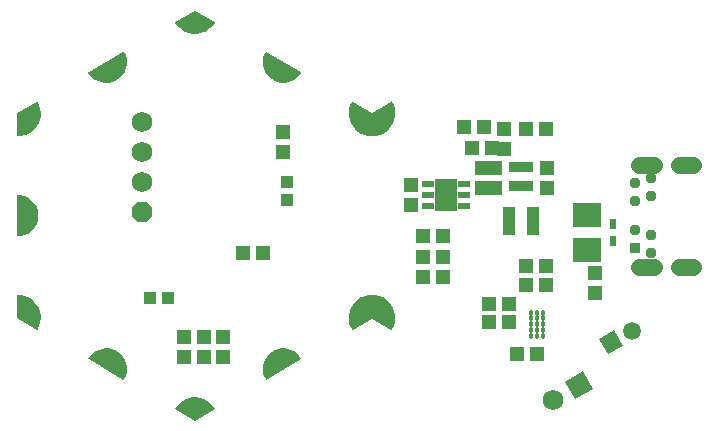
<source format=gbr>
G04 EAGLE Gerber RS-274X export*
G75*
%MOMM*%
%FSLAX34Y34*%
%LPD*%
%INSoldermask Top*%
%IPPOS*%
%AMOC8*
5,1,8,0,0,1.08239X$1,22.5*%
G01*
%ADD10R,1.003200X1.003200*%
%ADD11P,1.869504X8X112.500000*%
%ADD12R,1.303200X1.203200*%
%ADD13C,1.727200*%
%ADD14R,1.493200X1.493200*%
%ADD15C,1.493200*%
%ADD16R,0.623200X0.953200*%
%ADD17R,2.433200X2.003200*%
%ADD18C,0.457200*%
%ADD19R,0.503200X0.873200*%
%ADD20R,1.003200X0.603200*%
%ADD21R,1.953200X2.703200*%
%ADD22R,1.053200X2.403200*%
%ADD23R,1.203200X1.303200*%
%ADD24C,1.203200*%
%ADD25R,0.958000X0.958000*%
%ADD26C,0.958000*%
%ADD27C,1.403200*%
%ADD28R,1.733200X1.733200*%
%ADD29C,1.733200*%

G36*
X802Y154416D02*
X802Y154416D01*
X815Y154415D01*
X3865Y154657D01*
X3897Y154667D01*
X3944Y154670D01*
X6916Y155399D01*
X6947Y155413D01*
X6992Y155424D01*
X7056Y155451D01*
X8232Y155951D01*
X9407Y156450D01*
X9408Y156450D01*
X9809Y156620D01*
X9837Y156639D01*
X9880Y156657D01*
X12468Y158290D01*
X12492Y158313D01*
X12532Y158338D01*
X14825Y160364D01*
X14845Y160391D01*
X14881Y160422D01*
X16819Y162790D01*
X16835Y162820D01*
X16864Y162856D01*
X18398Y165504D01*
X18408Y165536D01*
X18432Y165577D01*
X18485Y165716D01*
X18485Y165717D01*
X19245Y167713D01*
X19245Y167714D01*
X19435Y168213D01*
X19521Y168436D01*
X19526Y168470D01*
X19543Y168514D01*
X20159Y171511D01*
X20159Y171545D01*
X20168Y171591D01*
X20295Y174648D01*
X20290Y174681D01*
X20292Y174728D01*
X19927Y177766D01*
X19916Y177798D01*
X19911Y177845D01*
X19063Y180785D01*
X19047Y180815D01*
X19035Y180860D01*
X17726Y183626D01*
X17709Y183649D01*
X17699Y183676D01*
X17650Y183728D01*
X17607Y183785D01*
X17582Y183800D01*
X17563Y183820D01*
X17497Y183849D01*
X17435Y183885D01*
X17407Y183889D01*
X17381Y183900D01*
X17309Y183901D01*
X17238Y183910D01*
X17211Y183903D01*
X17182Y183903D01*
X17087Y183868D01*
X17047Y183857D01*
X17038Y183850D01*
X17026Y183845D01*
X775Y174489D01*
X-15476Y183845D01*
X-15503Y183854D01*
X-15527Y183871D01*
X-15597Y183885D01*
X-15665Y183908D01*
X-15693Y183906D01*
X-15721Y183912D01*
X-15792Y183898D01*
X-15863Y183892D01*
X-15888Y183879D01*
X-15916Y183874D01*
X-15976Y183834D01*
X-16039Y183801D01*
X-16057Y183778D01*
X-16081Y183762D01*
X-16139Y183680D01*
X-16166Y183647D01*
X-16169Y183637D01*
X-16176Y183626D01*
X-17485Y180860D01*
X-17493Y180827D01*
X-17513Y180785D01*
X-18361Y177845D01*
X-18364Y177811D01*
X-18377Y177766D01*
X-18742Y174728D01*
X-18739Y174694D01*
X-18745Y174648D01*
X-18618Y171591D01*
X-18610Y171558D01*
X-18609Y171511D01*
X-17993Y168514D01*
X-17980Y168482D01*
X-17971Y168436D01*
X-16882Y165577D01*
X-16864Y165548D01*
X-16848Y165504D01*
X-15314Y162856D01*
X-15292Y162831D01*
X-15269Y162790D01*
X-13331Y160422D01*
X-13304Y160401D01*
X-13275Y160364D01*
X-10982Y158338D01*
X-10953Y158321D01*
X-10918Y158290D01*
X-8330Y156657D01*
X-8298Y156645D01*
X-8259Y156620D01*
X-5442Y155424D01*
X-5409Y155417D01*
X-5366Y155399D01*
X-2394Y154670D01*
X-2360Y154669D01*
X-2315Y154657D01*
X735Y154415D01*
X764Y154418D01*
X792Y154414D01*
X802Y154416D01*
G37*
G36*
X17342Y-9273D02*
X17342Y-9273D01*
X17413Y-9267D01*
X17438Y-9254D01*
X17466Y-9249D01*
X17526Y-9209D01*
X17589Y-9176D01*
X17607Y-9153D01*
X17631Y-9137D01*
X17689Y-9055D01*
X17716Y-9022D01*
X17719Y-9012D01*
X17726Y-9001D01*
X19035Y-6235D01*
X19043Y-6202D01*
X19063Y-6160D01*
X19911Y-3220D01*
X19914Y-3186D01*
X19927Y-3141D01*
X20292Y-103D01*
X20289Y-69D01*
X20295Y-23D01*
X20168Y3034D01*
X20160Y3067D01*
X20159Y3114D01*
X19543Y6111D01*
X19530Y6143D01*
X19521Y6189D01*
X18432Y9048D01*
X18414Y9077D01*
X18398Y9121D01*
X16864Y11769D01*
X16842Y11794D01*
X16819Y11835D01*
X14881Y14203D01*
X14854Y14224D01*
X14825Y14261D01*
X12532Y16287D01*
X12503Y16304D01*
X12468Y16335D01*
X9880Y17968D01*
X9848Y17980D01*
X9809Y18005D01*
X6992Y19201D01*
X6959Y19208D01*
X6916Y19226D01*
X3944Y19955D01*
X3910Y19956D01*
X3865Y19968D01*
X815Y20210D01*
X786Y20207D01*
X758Y20211D01*
X748Y20209D01*
X735Y20210D01*
X-2315Y19968D01*
X-2347Y19958D01*
X-2394Y19955D01*
X-5366Y19226D01*
X-5397Y19212D01*
X-5442Y19201D01*
X-5607Y19131D01*
X-6782Y18632D01*
X-7958Y18132D01*
X-8259Y18005D01*
X-8287Y17986D01*
X-8330Y17968D01*
X-10918Y16335D01*
X-10942Y16312D01*
X-10982Y16287D01*
X-13275Y14261D01*
X-13295Y14234D01*
X-13331Y14203D01*
X-15269Y11835D01*
X-15285Y11805D01*
X-15314Y11769D01*
X-16848Y9121D01*
X-16858Y9089D01*
X-16882Y9048D01*
X-17971Y6189D01*
X-17976Y6155D01*
X-17993Y6111D01*
X-18609Y3114D01*
X-18609Y3080D01*
X-18618Y3034D01*
X-18745Y-23D01*
X-18740Y-56D01*
X-18742Y-103D01*
X-18377Y-3141D01*
X-18366Y-3173D01*
X-18361Y-3220D01*
X-17513Y-6160D01*
X-17497Y-6190D01*
X-17485Y-6235D01*
X-16176Y-9001D01*
X-16159Y-9024D01*
X-16149Y-9051D01*
X-16100Y-9103D01*
X-16057Y-9160D01*
X-16032Y-9175D01*
X-16013Y-9195D01*
X-15947Y-9224D01*
X-15885Y-9260D01*
X-15857Y-9264D01*
X-15831Y-9275D01*
X-15759Y-9276D01*
X-15688Y-9285D01*
X-15661Y-9278D01*
X-15632Y-9278D01*
X-15537Y-9243D01*
X-15497Y-9232D01*
X-15488Y-9225D01*
X-15476Y-9220D01*
X775Y136D01*
X17026Y-9220D01*
X17053Y-9229D01*
X17077Y-9246D01*
X17147Y-9260D01*
X17215Y-9283D01*
X17243Y-9281D01*
X17271Y-9287D01*
X17342Y-9273D01*
G37*
G36*
X-299198Y69816D02*
X-299198Y69816D01*
X-299184Y69815D01*
X-296386Y70047D01*
X-296352Y70057D01*
X-296304Y70060D01*
X-293583Y70750D01*
X-293551Y70765D01*
X-293505Y70776D01*
X-290933Y71904D01*
X-290905Y71924D01*
X-290861Y71943D01*
X-288510Y73479D01*
X-288486Y73504D01*
X-288445Y73530D01*
X-286380Y75431D01*
X-286367Y75448D01*
X-286355Y75457D01*
X-286344Y75473D01*
X-286324Y75492D01*
X-284599Y77708D01*
X-284584Y77739D01*
X-284554Y77777D01*
X-283218Y80246D01*
X-283208Y80279D01*
X-283185Y80322D01*
X-282273Y82977D01*
X-282269Y83012D01*
X-282253Y83057D01*
X-281791Y85826D01*
X-281792Y85861D01*
X-281784Y85909D01*
X-281784Y88716D01*
X-281791Y88750D01*
X-281791Y88799D01*
X-282253Y91568D01*
X-282265Y91600D01*
X-282273Y91648D01*
X-283185Y94303D01*
X-283202Y94333D01*
X-283218Y94379D01*
X-284554Y96848D01*
X-284576Y96875D01*
X-284599Y96917D01*
X-286324Y99133D01*
X-286350Y99156D01*
X-286380Y99194D01*
X-288445Y101095D01*
X-288475Y101113D01*
X-288510Y101146D01*
X-290861Y102682D01*
X-290893Y102694D01*
X-290933Y102721D01*
X-293505Y103849D01*
X-293538Y103856D01*
X-293583Y103875D01*
X-296304Y104565D01*
X-296339Y104566D01*
X-296386Y104578D01*
X-299184Y104810D01*
X-299213Y104807D01*
X-299242Y104811D01*
X-299311Y104795D01*
X-299381Y104787D01*
X-299407Y104772D01*
X-299435Y104765D01*
X-299492Y104723D01*
X-299554Y104688D01*
X-299572Y104665D01*
X-299595Y104648D01*
X-299631Y104587D01*
X-299674Y104530D01*
X-299682Y104502D01*
X-299697Y104477D01*
X-299713Y104378D01*
X-299724Y104337D01*
X-299722Y104326D01*
X-299724Y104313D01*
X-299724Y70313D01*
X-299718Y70284D01*
X-299721Y70255D01*
X-299699Y70187D01*
X-299685Y70118D01*
X-299668Y70094D01*
X-299659Y70066D01*
X-299612Y70012D01*
X-299572Y69954D01*
X-299548Y69938D01*
X-299528Y69916D01*
X-299464Y69885D01*
X-299405Y69847D01*
X-299376Y69842D01*
X-299350Y69829D01*
X-299250Y69821D01*
X-299208Y69814D01*
X-299198Y69816D01*
G37*
G36*
X-209459Y-51573D02*
X-209459Y-51573D01*
X-209388Y-51568D01*
X-209362Y-51554D01*
X-209334Y-51549D01*
X-209275Y-51509D01*
X-209212Y-51476D01*
X-209193Y-51454D01*
X-209169Y-51437D01*
X-209112Y-51356D01*
X-209085Y-51323D01*
X-209082Y-51312D01*
X-209074Y-51301D01*
X-207875Y-48765D01*
X-207867Y-48732D01*
X-207846Y-48688D01*
X-207081Y-45990D01*
X-207079Y-45956D01*
X-207065Y-45909D01*
X-206755Y-43122D01*
X-206758Y-43093D01*
X-206756Y-43083D01*
X-206757Y-43078D01*
X-206753Y-43039D01*
X-206905Y-40239D01*
X-206914Y-40206D01*
X-206917Y-40157D01*
X-207528Y-37420D01*
X-207542Y-37389D01*
X-207553Y-37342D01*
X-208606Y-34743D01*
X-208625Y-34714D01*
X-208643Y-34669D01*
X-210111Y-32279D01*
X-210134Y-32253D01*
X-210159Y-32212D01*
X-212000Y-30096D01*
X-212027Y-30075D01*
X-212059Y-30039D01*
X-214223Y-28254D01*
X-214253Y-28238D01*
X-214290Y-28207D01*
X-216718Y-26804D01*
X-216751Y-26793D01*
X-216793Y-26768D01*
X-219418Y-25783D01*
X-219453Y-25778D01*
X-219498Y-25761D01*
X-222250Y-25221D01*
X-222285Y-25222D01*
X-222332Y-25212D01*
X-225135Y-25133D01*
X-225169Y-25139D01*
X-225217Y-25138D01*
X-227996Y-25521D01*
X-228028Y-25532D01*
X-228076Y-25539D01*
X-230753Y-26374D01*
X-230784Y-26391D01*
X-230830Y-26405D01*
X-233333Y-27670D01*
X-233360Y-27691D01*
X-233403Y-27713D01*
X-235664Y-29373D01*
X-235687Y-29398D01*
X-235726Y-29427D01*
X-237683Y-31436D01*
X-237702Y-31465D01*
X-237736Y-31499D01*
X-239335Y-33803D01*
X-239347Y-33830D01*
X-239365Y-33852D01*
X-239386Y-33920D01*
X-239414Y-33985D01*
X-239414Y-34015D01*
X-239422Y-34043D01*
X-239414Y-34113D01*
X-239415Y-34184D01*
X-239404Y-34211D01*
X-239400Y-34240D01*
X-239366Y-34302D01*
X-239338Y-34368D01*
X-239317Y-34388D01*
X-239303Y-34414D01*
X-239227Y-34477D01*
X-239196Y-34507D01*
X-239186Y-34511D01*
X-239175Y-34520D01*
X-209775Y-51520D01*
X-209747Y-51529D01*
X-209723Y-51546D01*
X-209654Y-51560D01*
X-209586Y-51583D01*
X-209557Y-51581D01*
X-209529Y-51587D01*
X-209459Y-51573D01*
G37*
G36*
X-222332Y199837D02*
X-222332Y199837D01*
X-222298Y199845D01*
X-222250Y199846D01*
X-219498Y200386D01*
X-219466Y200399D01*
X-219418Y200408D01*
X-216793Y201393D01*
X-216763Y201412D01*
X-216718Y201429D01*
X-214290Y202832D01*
X-214264Y202855D01*
X-214223Y202879D01*
X-212059Y204664D01*
X-212037Y204691D01*
X-212000Y204721D01*
X-210159Y206837D01*
X-210142Y206868D01*
X-210111Y206904D01*
X-208643Y209294D01*
X-208632Y209327D01*
X-208606Y209368D01*
X-207553Y211967D01*
X-207546Y212001D01*
X-207528Y212045D01*
X-206917Y214782D01*
X-206916Y214817D01*
X-206905Y214864D01*
X-206753Y217664D01*
X-206758Y217699D01*
X-206755Y217747D01*
X-207065Y220534D01*
X-207076Y220567D01*
X-207081Y220615D01*
X-207846Y223313D01*
X-207862Y223344D01*
X-207875Y223390D01*
X-209074Y225926D01*
X-209091Y225949D01*
X-209101Y225977D01*
X-209150Y226028D01*
X-209193Y226085D01*
X-209218Y226100D01*
X-209238Y226121D01*
X-209303Y226149D01*
X-209365Y226185D01*
X-209393Y226189D01*
X-209420Y226201D01*
X-209491Y226201D01*
X-209562Y226210D01*
X-209590Y226203D01*
X-209619Y226203D01*
X-209712Y226168D01*
X-209753Y226157D01*
X-209762Y226150D01*
X-209775Y226145D01*
X-239175Y209145D01*
X-239197Y209125D01*
X-239223Y209113D01*
X-239271Y209060D01*
X-239324Y209013D01*
X-239336Y208987D01*
X-239356Y208965D01*
X-239379Y208897D01*
X-239409Y208833D01*
X-239411Y208804D01*
X-239420Y208777D01*
X-239415Y208706D01*
X-239418Y208635D01*
X-239408Y208607D01*
X-239406Y208578D01*
X-239364Y208488D01*
X-239349Y208448D01*
X-239341Y208440D01*
X-239335Y208428D01*
X-237736Y206124D01*
X-237711Y206100D01*
X-237683Y206061D01*
X-235726Y204052D01*
X-235697Y204032D01*
X-235664Y203998D01*
X-233403Y202338D01*
X-233372Y202324D01*
X-233333Y202295D01*
X-230830Y201030D01*
X-230796Y201021D01*
X-230753Y200999D01*
X-228076Y200164D01*
X-228042Y200160D01*
X-227996Y200146D01*
X-225217Y199763D01*
X-225183Y199765D01*
X-225135Y199758D01*
X-222332Y199837D01*
G37*
G36*
X-88860Y-51578D02*
X-88860Y-51578D01*
X-88831Y-51578D01*
X-88738Y-51543D01*
X-88697Y-51532D01*
X-88688Y-51525D01*
X-88675Y-51520D01*
X-59275Y-34520D01*
X-59253Y-34500D01*
X-59227Y-34488D01*
X-59179Y-34435D01*
X-59126Y-34388D01*
X-59114Y-34362D01*
X-59094Y-34340D01*
X-59071Y-34272D01*
X-59041Y-34208D01*
X-59039Y-34179D01*
X-59030Y-34152D01*
X-59035Y-34081D01*
X-59032Y-34010D01*
X-59042Y-33982D01*
X-59044Y-33953D01*
X-59086Y-33863D01*
X-59101Y-33823D01*
X-59109Y-33815D01*
X-59115Y-33803D01*
X-60714Y-31499D01*
X-60740Y-31475D01*
X-60767Y-31436D01*
X-62724Y-29427D01*
X-62753Y-29407D01*
X-62786Y-29373D01*
X-65047Y-27713D01*
X-65078Y-27699D01*
X-65117Y-27670D01*
X-67620Y-26405D01*
X-67654Y-26396D01*
X-67697Y-26374D01*
X-70374Y-25539D01*
X-70408Y-25535D01*
X-70454Y-25521D01*
X-73233Y-25138D01*
X-73267Y-25140D01*
X-73315Y-25133D01*
X-76118Y-25212D01*
X-76152Y-25220D01*
X-76200Y-25221D01*
X-78952Y-25761D01*
X-78984Y-25774D01*
X-79032Y-25783D01*
X-81657Y-26768D01*
X-81687Y-26787D01*
X-81732Y-26804D01*
X-84160Y-28207D01*
X-84186Y-28230D01*
X-84228Y-28254D01*
X-86391Y-30039D01*
X-86413Y-30066D01*
X-86450Y-30096D01*
X-88291Y-32212D01*
X-88308Y-32243D01*
X-88340Y-32279D01*
X-89807Y-34669D01*
X-89818Y-34702D01*
X-89844Y-34743D01*
X-90897Y-37342D01*
X-90904Y-37376D01*
X-90922Y-37420D01*
X-91533Y-40157D01*
X-91534Y-40192D01*
X-91545Y-40239D01*
X-91697Y-43039D01*
X-91692Y-43074D01*
X-91695Y-43122D01*
X-91385Y-45909D01*
X-91374Y-45942D01*
X-91369Y-45990D01*
X-90604Y-48688D01*
X-90588Y-48719D01*
X-90575Y-48765D01*
X-89376Y-51301D01*
X-89359Y-51324D01*
X-89349Y-51352D01*
X-89300Y-51403D01*
X-89257Y-51460D01*
X-89232Y-51475D01*
X-89212Y-51496D01*
X-89147Y-51524D01*
X-89086Y-51560D01*
X-89057Y-51564D01*
X-89030Y-51576D01*
X-88959Y-51576D01*
X-88888Y-51585D01*
X-88860Y-51578D01*
G37*
G36*
X-73281Y199764D02*
X-73281Y199764D01*
X-73233Y199763D01*
X-70454Y200146D01*
X-70422Y200157D01*
X-70374Y200164D01*
X-67697Y200999D01*
X-67666Y201016D01*
X-67620Y201030D01*
X-65117Y202295D01*
X-65090Y202316D01*
X-65047Y202338D01*
X-62786Y203998D01*
X-62763Y204023D01*
X-62724Y204052D01*
X-60767Y206061D01*
X-60748Y206090D01*
X-60714Y206124D01*
X-59115Y208428D01*
X-59103Y208455D01*
X-59085Y208477D01*
X-59064Y208545D01*
X-59036Y208610D01*
X-59036Y208640D01*
X-59028Y208668D01*
X-59036Y208738D01*
X-59035Y208809D01*
X-59046Y208836D01*
X-59050Y208865D01*
X-59084Y208927D01*
X-59112Y208993D01*
X-59133Y209013D01*
X-59147Y209039D01*
X-59223Y209102D01*
X-59254Y209132D01*
X-59264Y209136D01*
X-59275Y209145D01*
X-88675Y226145D01*
X-88703Y226154D01*
X-88727Y226171D01*
X-88796Y226185D01*
X-88864Y226208D01*
X-88893Y226206D01*
X-88921Y226212D01*
X-88991Y226198D01*
X-89062Y226193D01*
X-89088Y226179D01*
X-89116Y226174D01*
X-89175Y226134D01*
X-89238Y226101D01*
X-89257Y226079D01*
X-89281Y226062D01*
X-89338Y225981D01*
X-89365Y225948D01*
X-89368Y225937D01*
X-89376Y225926D01*
X-90575Y223390D01*
X-90583Y223357D01*
X-90604Y223313D01*
X-91369Y220615D01*
X-91371Y220581D01*
X-91385Y220534D01*
X-91695Y217747D01*
X-91693Y217719D01*
X-91693Y217714D01*
X-91692Y217709D01*
X-91697Y217664D01*
X-91545Y214864D01*
X-91536Y214831D01*
X-91533Y214782D01*
X-90922Y212045D01*
X-90908Y212014D01*
X-90897Y211967D01*
X-89844Y209368D01*
X-89825Y209339D01*
X-89807Y209294D01*
X-88340Y206904D01*
X-88316Y206878D01*
X-88291Y206837D01*
X-86450Y204721D01*
X-86423Y204700D01*
X-86391Y204664D01*
X-84228Y202879D01*
X-84197Y202863D01*
X-84160Y202832D01*
X-81732Y201429D01*
X-81699Y201418D01*
X-81657Y201393D01*
X-79032Y200408D01*
X-78997Y200403D01*
X-78952Y200386D01*
X-76200Y199846D01*
X-76166Y199847D01*
X-76118Y199837D01*
X-73315Y199758D01*
X-73281Y199764D01*
G37*
G36*
X-299217Y154377D02*
X-299217Y154377D01*
X-299203Y154375D01*
X-296147Y154622D01*
X-296114Y154632D01*
X-296068Y154635D01*
X-293091Y155369D01*
X-293060Y155383D01*
X-293014Y155394D01*
X-290194Y156596D01*
X-290166Y156615D01*
X-290122Y156633D01*
X-287531Y158272D01*
X-287506Y158296D01*
X-287467Y158321D01*
X-285172Y160354D01*
X-285151Y160381D01*
X-285116Y160412D01*
X-283177Y162787D01*
X-283161Y162817D01*
X-283131Y162853D01*
X-281598Y165508D01*
X-281587Y165541D01*
X-281564Y165581D01*
X-280476Y168448D01*
X-280471Y168481D01*
X-280454Y168525D01*
X-279841Y171529D01*
X-279841Y171563D01*
X-279831Y171609D01*
X-279707Y174673D01*
X-279713Y174706D01*
X-279711Y174753D01*
X-280080Y177797D01*
X-280091Y177829D01*
X-280096Y177876D01*
X-280949Y180821D01*
X-280965Y180851D01*
X-280978Y180896D01*
X-282292Y183666D01*
X-282310Y183689D01*
X-282320Y183716D01*
X-282369Y183768D01*
X-282412Y183825D01*
X-282437Y183840D01*
X-282457Y183861D01*
X-282522Y183889D01*
X-282584Y183925D01*
X-282612Y183929D01*
X-282639Y183940D01*
X-282710Y183941D01*
X-282781Y183950D01*
X-282809Y183942D01*
X-282838Y183942D01*
X-282931Y183907D01*
X-282972Y183896D01*
X-282981Y183889D01*
X-282994Y183884D01*
X-299471Y174345D01*
X-299528Y174293D01*
X-299590Y174248D01*
X-299602Y174228D01*
X-299620Y174213D01*
X-299653Y174143D01*
X-299692Y174077D01*
X-299696Y174052D01*
X-299705Y174033D01*
X-299707Y173989D01*
X-299720Y173913D01*
X-299743Y154874D01*
X-299737Y154845D01*
X-299739Y154816D01*
X-299717Y154749D01*
X-299703Y154679D01*
X-299687Y154655D01*
X-299678Y154627D01*
X-299631Y154573D01*
X-299591Y154515D01*
X-299567Y154499D01*
X-299548Y154477D01*
X-299483Y154446D01*
X-299423Y154407D01*
X-299395Y154403D01*
X-299369Y154390D01*
X-299269Y154381D01*
X-299227Y154374D01*
X-299217Y154377D01*
G37*
G36*
X-282678Y-9313D02*
X-282678Y-9313D01*
X-282607Y-9307D01*
X-282581Y-9294D01*
X-282553Y-9288D01*
X-282493Y-9248D01*
X-282430Y-9216D01*
X-282412Y-9193D01*
X-282388Y-9177D01*
X-282330Y-9095D01*
X-282303Y-9063D01*
X-282300Y-9052D01*
X-282292Y-9041D01*
X-280978Y-6271D01*
X-280970Y-6238D01*
X-280949Y-6196D01*
X-280096Y-3251D01*
X-280094Y-3217D01*
X-280080Y-3172D01*
X-279711Y-128D01*
X-279713Y-94D01*
X-279707Y-48D01*
X-279831Y3016D01*
X-279839Y3049D01*
X-279841Y3096D01*
X-280454Y6100D01*
X-280467Y6131D01*
X-280476Y6177D01*
X-281564Y9044D01*
X-281582Y9073D01*
X-281598Y9117D01*
X-283131Y11772D01*
X-283154Y11798D01*
X-283177Y11838D01*
X-285116Y14213D01*
X-285142Y14235D01*
X-285172Y14271D01*
X-287467Y16305D01*
X-287496Y16321D01*
X-287531Y16353D01*
X-290122Y17992D01*
X-290154Y18004D01*
X-290194Y18029D01*
X-293014Y19231D01*
X-293048Y19238D01*
X-293091Y19256D01*
X-296068Y19990D01*
X-296102Y19991D01*
X-296147Y20003D01*
X-299203Y20250D01*
X-299232Y20246D01*
X-299260Y20251D01*
X-299330Y20234D01*
X-299401Y20226D01*
X-299426Y20211D01*
X-299454Y20205D01*
X-299511Y20162D01*
X-299573Y20127D01*
X-299591Y20104D01*
X-299614Y20087D01*
X-299650Y20025D01*
X-299693Y19968D01*
X-299700Y19940D01*
X-299715Y19915D01*
X-299732Y19817D01*
X-299742Y19776D01*
X-299740Y19765D01*
X-299743Y19751D01*
X-299720Y712D01*
X-299704Y637D01*
X-299696Y560D01*
X-299685Y540D01*
X-299680Y517D01*
X-299636Y454D01*
X-299599Y387D01*
X-299579Y370D01*
X-299567Y353D01*
X-299530Y329D01*
X-299471Y280D01*
X-282994Y-9259D01*
X-282966Y-9268D01*
X-282942Y-9285D01*
X-282873Y-9300D01*
X-282805Y-9322D01*
X-282776Y-9320D01*
X-282748Y-9326D01*
X-282678Y-9313D01*
G37*
G36*
X-149209Y-86377D02*
X-149209Y-86377D01*
X-149132Y-86378D01*
X-149108Y-86369D01*
X-149087Y-86367D01*
X-149048Y-86347D01*
X-148976Y-86320D01*
X-132476Y-76820D01*
X-132454Y-76801D01*
X-132428Y-76789D01*
X-132394Y-76751D01*
X-132391Y-76749D01*
X-132388Y-76745D01*
X-132380Y-76736D01*
X-132327Y-76689D01*
X-132314Y-76663D01*
X-132295Y-76641D01*
X-132272Y-76574D01*
X-132241Y-76509D01*
X-132240Y-76480D01*
X-132230Y-76453D01*
X-132235Y-76382D01*
X-132232Y-76311D01*
X-132242Y-76284D01*
X-132244Y-76255D01*
X-132286Y-76164D01*
X-132301Y-76124D01*
X-132308Y-76116D01*
X-132314Y-76104D01*
X-134056Y-73580D01*
X-134080Y-73557D01*
X-134107Y-73518D01*
X-136231Y-71307D01*
X-136259Y-71288D01*
X-136291Y-71254D01*
X-138742Y-69412D01*
X-138773Y-69397D01*
X-138810Y-69369D01*
X-141525Y-67944D01*
X-141558Y-67934D01*
X-141599Y-67912D01*
X-144507Y-66941D01*
X-144534Y-66938D01*
X-144543Y-66937D01*
X-144585Y-66922D01*
X-147612Y-66430D01*
X-147646Y-66432D01*
X-147692Y-66424D01*
X-150758Y-66424D01*
X-150791Y-66431D01*
X-150838Y-66430D01*
X-153865Y-66922D01*
X-153896Y-66934D01*
X-153943Y-66941D01*
X-156851Y-67912D01*
X-156881Y-67929D01*
X-156925Y-67944D01*
X-159640Y-69369D01*
X-159666Y-69390D01*
X-159708Y-69412D01*
X-162159Y-71254D01*
X-162182Y-71279D01*
X-162219Y-71307D01*
X-164343Y-73518D01*
X-164361Y-73547D01*
X-164394Y-73580D01*
X-166136Y-76104D01*
X-166147Y-76131D01*
X-166166Y-76153D01*
X-166186Y-76221D01*
X-166214Y-76287D01*
X-166214Y-76316D01*
X-166222Y-76343D01*
X-166214Y-76415D01*
X-166215Y-76486D01*
X-166203Y-76512D01*
X-166200Y-76541D01*
X-166165Y-76603D01*
X-166137Y-76669D01*
X-166117Y-76689D01*
X-166102Y-76714D01*
X-166039Y-76766D01*
X-166035Y-76772D01*
X-166026Y-76777D01*
X-166025Y-76778D01*
X-165995Y-76808D01*
X-165985Y-76812D01*
X-165974Y-76820D01*
X-149474Y-86320D01*
X-149401Y-86344D01*
X-149331Y-86375D01*
X-149307Y-86376D01*
X-149285Y-86383D01*
X-149209Y-86377D01*
G37*
G36*
X-147659Y241056D02*
X-147659Y241056D01*
X-147612Y241055D01*
X-144585Y241547D01*
X-144554Y241559D01*
X-144507Y241566D01*
X-141599Y242537D01*
X-141570Y242554D01*
X-141525Y242569D01*
X-138810Y243994D01*
X-138784Y244015D01*
X-138742Y244037D01*
X-136291Y245879D01*
X-136268Y245904D01*
X-136231Y245932D01*
X-134107Y248143D01*
X-134089Y248172D01*
X-134056Y248205D01*
X-132314Y250729D01*
X-132303Y250756D01*
X-132284Y250778D01*
X-132264Y250846D01*
X-132236Y250912D01*
X-132236Y250941D01*
X-132228Y250968D01*
X-132236Y251040D01*
X-132236Y251111D01*
X-132247Y251137D01*
X-132250Y251166D01*
X-132285Y251228D01*
X-132313Y251294D01*
X-132333Y251314D01*
X-132348Y251339D01*
X-132425Y251403D01*
X-132455Y251433D01*
X-132465Y251437D01*
X-132476Y251445D01*
X-148976Y260945D01*
X-149049Y260969D01*
X-149119Y261000D01*
X-149143Y261001D01*
X-149165Y261008D01*
X-149241Y261002D01*
X-149318Y261003D01*
X-149342Y260994D01*
X-149363Y260992D01*
X-149402Y260972D01*
X-149474Y260945D01*
X-165974Y251445D01*
X-165996Y251426D01*
X-166022Y251414D01*
X-166070Y251361D01*
X-166123Y251314D01*
X-166136Y251288D01*
X-166155Y251266D01*
X-166178Y251199D01*
X-166209Y251134D01*
X-166211Y251105D01*
X-166220Y251078D01*
X-166215Y251007D01*
X-166218Y250936D01*
X-166208Y250909D01*
X-166206Y250880D01*
X-166164Y250789D01*
X-166149Y250749D01*
X-166142Y250741D01*
X-166136Y250729D01*
X-164394Y248205D01*
X-164370Y248182D01*
X-164343Y248143D01*
X-162219Y245932D01*
X-162191Y245913D01*
X-162159Y245879D01*
X-159708Y244037D01*
X-159677Y244022D01*
X-159640Y243994D01*
X-156925Y242569D01*
X-156892Y242559D01*
X-156851Y242537D01*
X-153943Y241566D01*
X-153909Y241562D01*
X-153865Y241547D01*
X-150838Y241055D01*
X-150804Y241057D01*
X-150758Y241049D01*
X-147692Y241049D01*
X-147659Y241056D01*
G37*
D10*
X-186888Y17463D03*
X-171888Y17463D03*
D11*
X-193675Y90488D03*
D12*
X-91513Y55563D03*
X-108513Y55563D03*
X-74613Y140725D03*
X-74613Y157725D03*
D13*
X-193675Y166688D03*
X-193675Y141288D03*
X-193675Y115888D03*
D14*
G36*
X213313Y-22813D02*
X200383Y-30279D01*
X192917Y-17349D01*
X205847Y-9883D01*
X213313Y-22813D01*
G37*
D15*
X220435Y-10081D03*
D16*
X204788Y80025D03*
X204788Y66025D03*
D17*
X182563Y87625D03*
X182563Y58425D03*
D18*
X145526Y5238D03*
X145526Y238D03*
X145526Y-4763D03*
X145526Y-9763D03*
X145526Y-14763D03*
X140526Y5238D03*
X140526Y238D03*
X140526Y-4763D03*
X140526Y-9763D03*
X140526Y-14763D03*
X135526Y5238D03*
X135526Y238D03*
X135526Y-4763D03*
X135526Y-9763D03*
X135526Y-14763D03*
D19*
X119500Y112649D03*
X124500Y112649D03*
X129500Y112649D03*
X134500Y112649D03*
X134500Y128651D03*
X129500Y128651D03*
X124500Y128651D03*
X119500Y128651D03*
D20*
X48500Y114275D03*
X48500Y104775D03*
X48500Y95275D03*
X78500Y95275D03*
X78500Y104775D03*
X78500Y114275D03*
D21*
X63500Y104775D03*
D22*
X137250Y82550D03*
X116750Y82550D03*
D12*
X112713Y160900D03*
X112713Y143900D03*
D23*
X85163Y144463D03*
X102163Y144463D03*
X148200Y160338D03*
X131200Y160338D03*
D12*
X148200Y28575D03*
X131200Y28575D03*
X116450Y12700D03*
X99450Y12700D03*
D23*
X131200Y44450D03*
X148200Y44450D03*
D12*
X116450Y-3175D03*
X99450Y-3175D03*
D23*
X43888Y52388D03*
X60888Y52388D03*
X43888Y34925D03*
X60888Y34925D03*
X43888Y69850D03*
X60888Y69850D03*
D12*
X123263Y-30163D03*
X140263Y-30163D03*
D23*
X149225Y127563D03*
X149225Y110563D03*
X104775Y127563D03*
X104775Y110563D03*
X93663Y127563D03*
X93663Y110563D03*
X33338Y96275D03*
X33338Y113275D03*
D24*
X-149225Y252513D03*
X1495Y164833D03*
X1495Y9793D03*
X-149225Y-77888D03*
X-220725Y211213D03*
X-77725Y211213D03*
X-77725Y-36588D03*
X-220725Y-36588D03*
X-292292Y169913D03*
X-292292Y4713D03*
X-292325Y87313D03*
D12*
X189706Y21875D03*
X189706Y38875D03*
D25*
X223275Y59813D03*
D26*
X223275Y74813D03*
X223275Y99813D03*
X223275Y114813D03*
X236775Y118813D03*
X236775Y103813D03*
X236775Y70813D03*
X236775Y55813D03*
D27*
X239075Y44113D02*
X227075Y44113D01*
X227075Y130513D02*
X239075Y130513D01*
X260875Y130513D02*
X272875Y130513D01*
X272875Y44113D02*
X260875Y44113D01*
D12*
X78813Y161925D03*
X95813Y161925D03*
D28*
G36*
X164319Y-53341D02*
X179327Y-44675D01*
X187993Y-59683D01*
X172985Y-68349D01*
X164319Y-53341D01*
G37*
D29*
X154158Y-69212D03*
D12*
X-158750Y-15313D03*
X-158750Y-32313D03*
X-141288Y-15313D03*
X-141288Y-32313D03*
X-125413Y-15313D03*
X-125413Y-32313D03*
D10*
X-71438Y115450D03*
X-71438Y100450D03*
M02*

</source>
